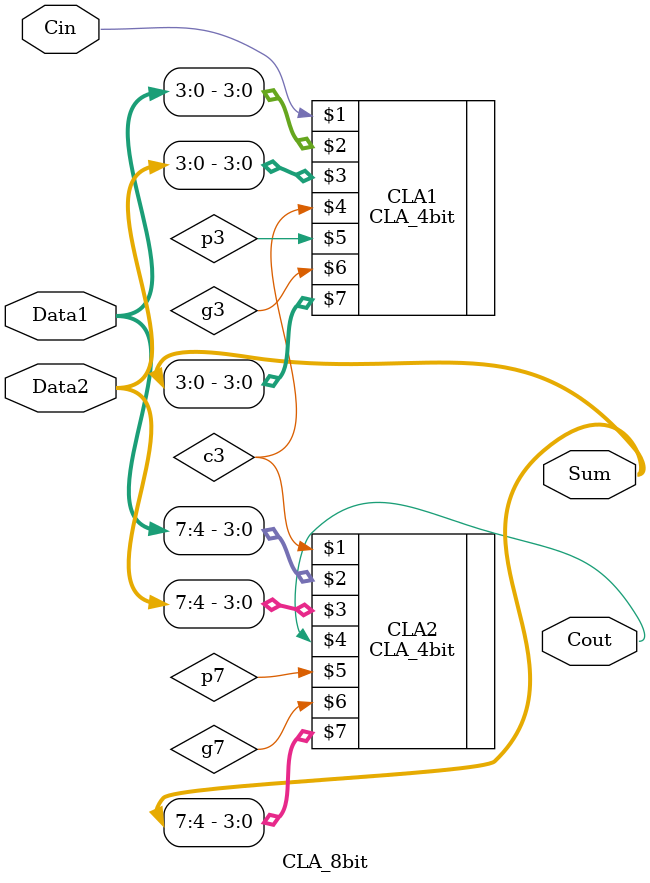
<source format=sv>

module CLA_8bit(
   input Cin,
   input [7:0]Data1, Data2,
   output Cout, 
   output [7:0]Sum
   );

   wire c3, p3, g3, p7, g7;
  
   CLA_4bit CLA1(Cin, Data1[3:0], Data2[3:0], c3, p3, g3, Sum[3:0]);
   CLA_4bit CLA2(c3, Data1[7:4], Data2[7:4], Cout, p7, g7, Sum[7:4]);

endmodule 
</source>
